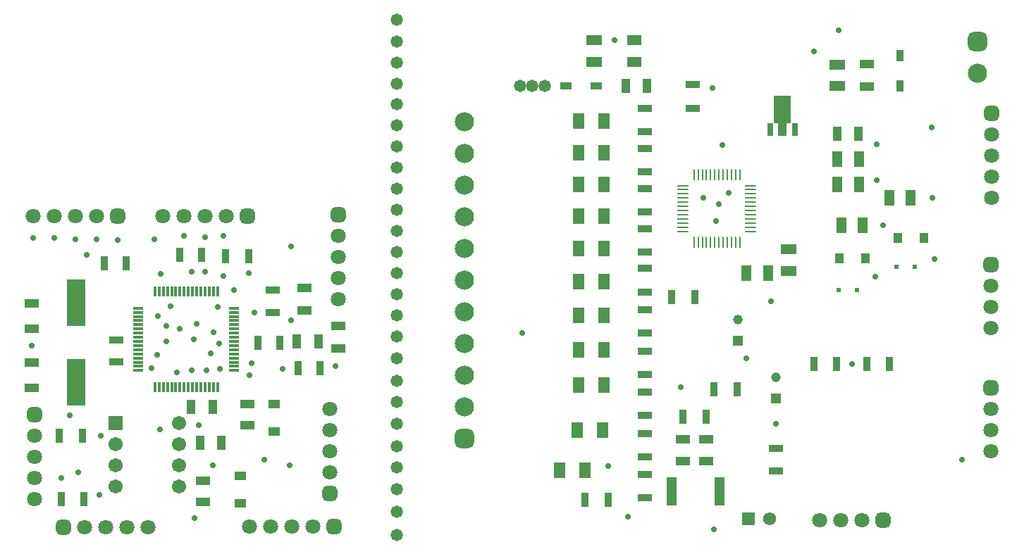
<source format=gts>
G04*
G04 #@! TF.GenerationSoftware,Altium Limited,Altium Designer,25.2.1 (25)*
G04*
G04 Layer_Color=8388736*
%FSLAX44Y44*%
%MOMM*%
G71*
G04*
G04 #@! TF.SameCoordinates,F4FED96F-6736-4451-9F0E-EDF3A1B2C77D*
G04*
G04*
G04 #@! TF.FilePolarity,Negative*
G04*
G01*
G75*
%ADD18R,1.2000X0.3000*%
%ADD19R,0.3000X1.2000*%
%ADD21R,1.7062X1.2034*%
%ADD23R,1.0500X1.8000*%
%ADD24R,1.3552X0.2125*%
G04:AMPARAMS|DCode=25|XSize=1.3552mm|YSize=0.2125mm|CornerRadius=0.1062mm|HoleSize=0mm|Usage=FLASHONLY|Rotation=0.000|XOffset=0mm|YOffset=0mm|HoleType=Round|Shape=RoundedRectangle|*
%AMROUNDEDRECTD25*
21,1,1.3552,0.0000,0,0,0.0*
21,1,1.1428,0.2125,0,0,0.0*
1,1,0.2125,0.5714,0.0000*
1,1,0.2125,-0.5714,0.0000*
1,1,0.2125,-0.5714,0.0000*
1,1,0.2125,0.5714,0.0000*
%
%ADD25ROUNDEDRECTD25*%
G04:AMPARAMS|DCode=26|XSize=0.2125mm|YSize=1.3552mm|CornerRadius=0.1062mm|HoleSize=0mm|Usage=FLASHONLY|Rotation=0.000|XOffset=0mm|YOffset=0mm|HoleType=Round|Shape=RoundedRectangle|*
%AMROUNDEDRECTD26*
21,1,0.2125,1.1428,0,0,0.0*
21,1,0.0000,1.3552,0,0,0.0*
1,1,0.2125,0.0000,-0.5714*
1,1,0.2125,0.0000,-0.5714*
1,1,0.2125,0.0000,0.5714*
1,1,0.2125,0.0000,0.5714*
%
%ADD26ROUNDEDRECTD26*%
%ADD32R,1.6582X0.9561*%
%ADD33R,0.9500X1.7000*%
%ADD34R,1.7000X0.9500*%
%ADD35R,1.3561X1.8582*%
%ADD36R,1.8000X1.0500*%
%ADD41R,1.1057X1.6582*%
%ADD42R,0.9561X1.6582*%
%ADD45R,1.3500X1.1000*%
%ADD46R,1.8000X1.0000*%
%ADD47R,1.2532X3.4532*%
%ADD48R,1.9032X1.3032*%
%ADD49R,0.9032X1.4032*%
%ADD50R,1.7532X1.1032*%
%ADD51R,1.3032X1.9032*%
%ADD52R,1.1032X1.1532*%
%ADD53R,0.6000X0.6000*%
%ADD54R,1.9032X1.2532*%
%ADD55R,1.4032X0.9032*%
%ADD56R,1.0032X1.5032*%
%ADD57R,0.7532X1.5032*%
%ADD58R,1.2532X1.9032*%
%ADD59R,1.1032X1.7532*%
%ADD60R,2.2032X5.7032*%
%ADD61C,1.8032*%
G04:AMPARAMS|DCode=62|XSize=1.8032mm|YSize=1.8032mm|CornerRadius=0.5016mm|HoleSize=0mm|Usage=FLASHONLY|Rotation=270.000|XOffset=0mm|YOffset=0mm|HoleType=Round|Shape=RoundedRectangle|*
%AMROUNDEDRECTD62*
21,1,1.8032,0.8000,0,0,270.0*
21,1,0.8000,1.8032,0,0,270.0*
1,1,1.0032,-0.4000,-0.4000*
1,1,1.0032,-0.4000,0.4000*
1,1,1.0032,0.4000,0.4000*
1,1,1.0032,0.4000,-0.4000*
%
%ADD62ROUNDEDRECTD62*%
%ADD63C,2.3032*%
G04:AMPARAMS|DCode=64|XSize=2.3032mm|YSize=2.3032mm|CornerRadius=0.6266mm|HoleSize=0mm|Usage=FLASHONLY|Rotation=270.000|XOffset=0mm|YOffset=0mm|HoleType=Round|Shape=RoundedRectangle|*
%AMROUNDEDRECTD64*
21,1,2.3032,1.0500,0,0,270.0*
21,1,1.0500,2.3032,0,0,270.0*
1,1,1.2532,-0.5250,-0.5250*
1,1,1.2532,-0.5250,0.5250*
1,1,1.2532,0.5250,0.5250*
1,1,1.2532,0.5250,-0.5250*
%
%ADD64ROUNDEDRECTD64*%
G04:AMPARAMS|DCode=65|XSize=1.8032mm|YSize=1.8032mm|CornerRadius=0.5016mm|HoleSize=0mm|Usage=FLASHONLY|Rotation=180.000|XOffset=0mm|YOffset=0mm|HoleType=Round|Shape=RoundedRectangle|*
%AMROUNDEDRECTD65*
21,1,1.8032,0.8000,0,0,180.0*
21,1,0.8000,1.8032,0,0,180.0*
1,1,1.0032,-0.4000,0.4000*
1,1,1.0032,0.4000,0.4000*
1,1,1.0032,0.4000,-0.4000*
1,1,1.0032,-0.4000,-0.4000*
%
%ADD65ROUNDEDRECTD65*%
%ADD66R,1.1500X1.1500*%
%ADD67C,1.1500*%
%ADD68C,1.5700*%
%ADD69R,1.5700X1.5700*%
%ADD70R,1.7032X1.7032*%
%ADD71C,1.7032*%
%ADD72C,0.7112*%
%ADD73C,1.4732*%
G36*
X1562190Y1168270D02*
Y1135020D01*
X1541690D01*
Y1168270D01*
X1562190D01*
D02*
G37*
D18*
X778160Y912530D02*
D03*
Y907530D02*
D03*
Y902530D02*
D03*
Y897530D02*
D03*
Y892530D02*
D03*
Y887530D02*
D03*
Y882530D02*
D03*
Y877530D02*
D03*
Y872530D02*
D03*
Y867530D02*
D03*
Y862530D02*
D03*
Y857530D02*
D03*
Y852530D02*
D03*
Y847530D02*
D03*
Y842530D02*
D03*
Y837530D02*
D03*
X893160D02*
D03*
Y842530D02*
D03*
Y847530D02*
D03*
Y852530D02*
D03*
Y857530D02*
D03*
Y862530D02*
D03*
Y867530D02*
D03*
Y872530D02*
D03*
Y877530D02*
D03*
Y882530D02*
D03*
Y887530D02*
D03*
Y892530D02*
D03*
Y897530D02*
D03*
Y902530D02*
D03*
Y907530D02*
D03*
Y912530D02*
D03*
D19*
X798160Y817530D02*
D03*
X803160D02*
D03*
X808160D02*
D03*
X813160D02*
D03*
X818160D02*
D03*
X823160D02*
D03*
X828160D02*
D03*
X833160D02*
D03*
X838160D02*
D03*
X843160D02*
D03*
X848160D02*
D03*
X853160D02*
D03*
X858160D02*
D03*
X863160D02*
D03*
X868160D02*
D03*
X873160D02*
D03*
Y932530D02*
D03*
X868160D02*
D03*
X863160D02*
D03*
X858160D02*
D03*
X853160D02*
D03*
X848160D02*
D03*
X843160D02*
D03*
X838160D02*
D03*
X833160D02*
D03*
X828160D02*
D03*
X823160D02*
D03*
X818160D02*
D03*
X813160D02*
D03*
X808160D02*
D03*
X803160D02*
D03*
X798160D02*
D03*
D21*
X1374140Y1209040D02*
D03*
Y1235047D02*
D03*
D23*
X1363930Y1179830D02*
D03*
X1389430D02*
D03*
X852120Y750570D02*
D03*
X877620D02*
D03*
D24*
X1432445Y1060010D02*
D03*
D25*
Y1055010D02*
D03*
Y1050010D02*
D03*
Y1045010D02*
D03*
Y1040010D02*
D03*
Y1035010D02*
D03*
Y1030010D02*
D03*
Y1025010D02*
D03*
Y1020010D02*
D03*
Y1015010D02*
D03*
Y1010010D02*
D03*
Y1005010D02*
D03*
X1513955D02*
D03*
Y1010010D02*
D03*
Y1015010D02*
D03*
Y1020010D02*
D03*
Y1025010D02*
D03*
Y1030010D02*
D03*
Y1035010D02*
D03*
Y1040010D02*
D03*
Y1045010D02*
D03*
Y1050010D02*
D03*
Y1055010D02*
D03*
Y1060010D02*
D03*
D26*
X1445700Y991755D02*
D03*
X1450700D02*
D03*
X1455700D02*
D03*
X1460700D02*
D03*
X1465700D02*
D03*
X1470700D02*
D03*
X1475700D02*
D03*
X1480700D02*
D03*
X1485700D02*
D03*
X1490700D02*
D03*
X1495700D02*
D03*
X1500700D02*
D03*
Y1073265D02*
D03*
X1495700D02*
D03*
X1490700D02*
D03*
X1485700D02*
D03*
X1480700D02*
D03*
X1475700D02*
D03*
X1470700D02*
D03*
X1465700D02*
D03*
X1460700D02*
D03*
X1455700D02*
D03*
X1450700D02*
D03*
X1445700D02*
D03*
D32*
X1544320Y743511D02*
D03*
Y716989D02*
D03*
X939800Y934011D02*
D03*
Y907489D02*
D03*
X751840Y847799D02*
D03*
Y874321D02*
D03*
D33*
X1432530Y782320D02*
D03*
X1460530D02*
D03*
X1497360Y815340D02*
D03*
X1469360D02*
D03*
X1446560Y925830D02*
D03*
X1418560D02*
D03*
X1342420Y681990D02*
D03*
X1314420D02*
D03*
X882590Y975360D02*
D03*
X910590D02*
D03*
X711230Y759460D02*
D03*
X683230D02*
D03*
D34*
X1386840Y882650D02*
D03*
Y910650D02*
D03*
X1386804Y1028655D02*
D03*
Y1056655D02*
D03*
Y1125175D02*
D03*
Y1153175D02*
D03*
X1386840Y932180D02*
D03*
Y960180D02*
D03*
Y980410D02*
D03*
Y1008410D02*
D03*
X1386804Y1076915D02*
D03*
Y1104915D02*
D03*
X1386840Y734030D02*
D03*
Y762030D02*
D03*
Y833090D02*
D03*
Y861090D02*
D03*
Y783560D02*
D03*
Y811560D02*
D03*
Y684470D02*
D03*
Y712470D02*
D03*
X1443990Y1153160D02*
D03*
Y1181160D02*
D03*
D35*
X1337331Y944880D02*
D03*
X1306809D02*
D03*
X1337274Y1099805D02*
D03*
X1306752D02*
D03*
X1337295Y1061705D02*
D03*
X1306773D02*
D03*
X1337331Y984250D02*
D03*
X1306809D02*
D03*
X1337310Y1137920D02*
D03*
X1306788D02*
D03*
X1314471Y717550D02*
D03*
X1283949D02*
D03*
X1336040Y765810D02*
D03*
X1305518D02*
D03*
X1337352Y904240D02*
D03*
X1306830D02*
D03*
X1337295Y1023605D02*
D03*
X1306773D02*
D03*
X1337310Y820420D02*
D03*
X1306788D02*
D03*
X1337310Y862330D02*
D03*
X1306788D02*
D03*
D36*
X1432560Y754430D02*
D03*
Y728930D02*
D03*
X1460500Y754430D02*
D03*
Y728930D02*
D03*
X909320Y772060D02*
D03*
Y797560D02*
D03*
X855980Y704900D02*
D03*
Y679400D02*
D03*
D41*
X1643442Y1122680D02*
D03*
X1617918D02*
D03*
D42*
X1653540Y845820D02*
D03*
X1680062D02*
D03*
X1616710D02*
D03*
X1590188D02*
D03*
X921459Y871220D02*
D03*
X947981D02*
D03*
X969719Y840740D02*
D03*
X996241D02*
D03*
X737309Y966470D02*
D03*
X763831D02*
D03*
X685948Y683260D02*
D03*
X712470D02*
D03*
X827479Y976630D02*
D03*
X854001D02*
D03*
D45*
X941070Y764560D02*
D03*
Y797560D02*
D03*
X900430Y678190D02*
D03*
Y711190D02*
D03*
D46*
X650240Y816850D02*
D03*
Y846850D02*
D03*
Y887970D02*
D03*
Y917970D02*
D03*
D47*
X1476800Y692150D02*
D03*
X1418800D02*
D03*
D48*
X1325880Y1234740D02*
D03*
Y1208740D02*
D03*
X1617980Y1205530D02*
D03*
Y1179530D02*
D03*
D49*
X1693185Y1216555D02*
D03*
Y1179555D02*
D03*
D50*
X1653540Y1205780D02*
D03*
Y1179280D02*
D03*
X1018540Y890820D02*
D03*
Y864320D02*
D03*
X977900Y910040D02*
D03*
Y936540D02*
D03*
D51*
X1643680Y1092200D02*
D03*
X1617680D02*
D03*
X1643680Y1061720D02*
D03*
X1617680D02*
D03*
X1508460Y955040D02*
D03*
X1534460D02*
D03*
D52*
X1690620Y996950D02*
D03*
X1722120Y996950D02*
D03*
X1620010Y972820D02*
D03*
X1651510Y972820D02*
D03*
D53*
X1711100Y962660D02*
D03*
X1689100D02*
D03*
X1641680Y934720D02*
D03*
X1619680D02*
D03*
D54*
X1559560Y957530D02*
D03*
Y983030D02*
D03*
D55*
X1328420Y1179830D02*
D03*
X1291420D02*
D03*
D56*
X1551940Y1127770D02*
D03*
D57*
X1536940D02*
D03*
X1566940D02*
D03*
D58*
X1680160Y1045210D02*
D03*
X1705660D02*
D03*
X1622960Y1012190D02*
D03*
X1648460D02*
D03*
D59*
X994960Y872490D02*
D03*
X968460D02*
D03*
X841460Y793750D02*
D03*
X867960D02*
D03*
D60*
X703580Y823720D02*
D03*
Y918720D02*
D03*
D61*
X1802130Y791210D02*
D03*
Y765810D02*
D03*
Y740410D02*
D03*
X1596390Y657860D02*
D03*
X1621790D02*
D03*
X1647190D02*
D03*
X1803400Y1096010D02*
D03*
Y1121410D02*
D03*
Y1070610D02*
D03*
Y1045210D02*
D03*
X1802130Y939800D02*
D03*
Y914400D02*
D03*
Y889000D02*
D03*
X911860Y650240D02*
D03*
X937260D02*
D03*
X988060D02*
D03*
X962660D02*
D03*
X807720Y1023620D02*
D03*
X833120D02*
D03*
X883920D02*
D03*
X858520D02*
D03*
X1008380Y791210D02*
D03*
Y765810D02*
D03*
Y715010D02*
D03*
Y740410D02*
D03*
X789940Y648970D02*
D03*
X764540D02*
D03*
X713740D02*
D03*
X739140D02*
D03*
X653430Y683260D02*
D03*
Y708660D02*
D03*
Y759460D02*
D03*
Y734060D02*
D03*
X702310Y1023620D02*
D03*
X727710D02*
D03*
X676910D02*
D03*
X651510D02*
D03*
X1018540Y974090D02*
D03*
Y999490D02*
D03*
Y948690D02*
D03*
Y923290D02*
D03*
D62*
X1802130Y816610D02*
D03*
X1803400Y1146810D02*
D03*
X1802130Y965200D02*
D03*
X1008380Y689610D02*
D03*
X653430Y784860D02*
D03*
X1018540Y1024890D02*
D03*
D63*
X1786510Y1195070D02*
D03*
X1169670Y1136650D02*
D03*
Y1098550D02*
D03*
Y1060450D02*
D03*
Y984250D02*
D03*
Y946150D02*
D03*
Y831850D02*
D03*
Y793750D02*
D03*
Y869950D02*
D03*
Y908050D02*
D03*
Y1022350D02*
D03*
D64*
X1786510Y1233170D02*
D03*
X1169670Y755650D02*
D03*
D65*
X1672590Y657860D02*
D03*
X1013460Y650240D02*
D03*
X909320Y1023620D02*
D03*
X688340Y648970D02*
D03*
X753110Y1023620D02*
D03*
D66*
X1498600Y873760D02*
D03*
X1544320Y803910D02*
D03*
D67*
X1498600Y899160D02*
D03*
X1544320Y829310D02*
D03*
D68*
X1536700Y659130D02*
D03*
D69*
X1511300D02*
D03*
D70*
X750570Y774700D02*
D03*
D71*
Y749300D02*
D03*
Y723900D02*
D03*
Y698500D02*
D03*
X826770Y774700D02*
D03*
Y749300D02*
D03*
Y723900D02*
D03*
Y698500D02*
D03*
D72*
X1767840Y730250D02*
D03*
X880110Y951230D02*
D03*
X1487170Y1051560D02*
D03*
X811530Y872490D02*
D03*
X842010Y838200D02*
D03*
X731520Y688340D02*
D03*
X685800Y708660D02*
D03*
X650240Y867410D02*
D03*
X892810Y934720D02*
D03*
X880110Y999490D02*
D03*
X844550Y875030D02*
D03*
X816995Y914785D02*
D03*
X805180Y953770D02*
D03*
X803910Y767080D02*
D03*
X716280Y976630D02*
D03*
X1479550Y1108710D02*
D03*
X1475740Y1037590D02*
D03*
X1468120Y1177290D02*
D03*
X1731010Y1130300D02*
D03*
X1456690Y1045210D02*
D03*
X1239520Y882650D02*
D03*
X1469390Y646430D02*
D03*
X1619250Y1247140D02*
D03*
X1349856Y1234740D02*
D03*
X1590040Y1221740D02*
D03*
X1635760Y845820D02*
D03*
X1664970Y1066070D02*
D03*
Y1109980D02*
D03*
X1732280Y1045210D02*
D03*
X1734820Y971550D02*
D03*
X1672590Y1012190D02*
D03*
X1663248Y950412D02*
D03*
X1537970Y920750D02*
D03*
X1544320Y773710D02*
D03*
X1508760Y852170D02*
D03*
X1471930Y1017270D02*
D03*
X1366520Y661670D02*
D03*
X1430020Y817880D02*
D03*
X1342390Y722630D02*
D03*
X811579Y891483D02*
D03*
X801966Y902604D02*
D03*
X873760Y913640D02*
D03*
X828040Y887730D02*
D03*
X848360Y893350D02*
D03*
X793750Y840740D02*
D03*
X800677Y856557D02*
D03*
X917649Y907489D02*
D03*
X858520Y956310D02*
D03*
X961390Y897869D02*
D03*
X910590Y955040D02*
D03*
X961390Y986790D02*
D03*
X951230Y839470D02*
D03*
X1014730Y843280D02*
D03*
X911860Y831850D02*
D03*
X913948Y846638D02*
D03*
X864870Y858520D02*
D03*
X875030Y869950D02*
D03*
X876300Y839470D02*
D03*
X859790Y838200D02*
D03*
X960120Y723900D02*
D03*
X868680Y883920D02*
D03*
X824718Y835172D02*
D03*
X842010Y956310D02*
D03*
X833120Y999490D02*
D03*
X858520Y998220D02*
D03*
X797560Y995680D02*
D03*
X727710D02*
D03*
X753110Y994410D02*
D03*
X702310Y995680D02*
D03*
X676910Y996950D02*
D03*
X651510D02*
D03*
X695960Y783590D02*
D03*
X733365Y758885D02*
D03*
X706120Y715010D02*
D03*
X929640Y730250D02*
D03*
X845820Y660400D02*
D03*
X850900Y772160D02*
D03*
X867410Y723900D02*
D03*
D73*
X1088390Y640080D02*
D03*
Y668020D02*
D03*
Y694690D02*
D03*
Y721360D02*
D03*
Y746760D02*
D03*
Y773430D02*
D03*
Y800100D02*
D03*
Y825500D02*
D03*
Y852170D02*
D03*
Y878840D02*
D03*
Y904240D02*
D03*
Y929640D02*
D03*
Y955040D02*
D03*
Y980440D02*
D03*
Y1005840D02*
D03*
Y1031240D02*
D03*
Y1056640D02*
D03*
Y1082040D02*
D03*
Y1107440D02*
D03*
Y1132840D02*
D03*
Y1158240D02*
D03*
Y1182370D02*
D03*
Y1207770D02*
D03*
Y1233170D02*
D03*
Y1259840D02*
D03*
X1266190Y1179830D02*
D03*
X1250950D02*
D03*
X1236980D02*
D03*
M02*

</source>
